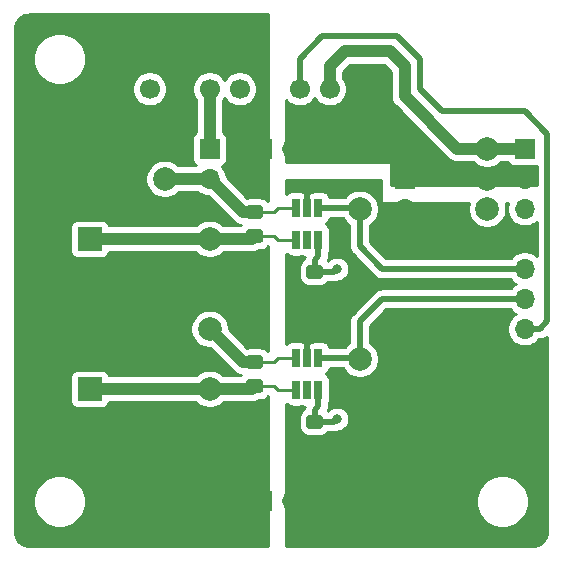
<source format=gtl>
G04 #@! TF.GenerationSoftware,KiCad,Pcbnew,5.1.5-52549c5~84~ubuntu19.04.1*
G04 #@! TF.CreationDate,2019-11-26T12:40:58+01:00*
G04 #@! TF.ProjectId,2ch-4-20mA,3263682d-342d-4323-906d-412e6b696361,rev?*
G04 #@! TF.SameCoordinates,Original*
G04 #@! TF.FileFunction,Copper,L1,Top*
G04 #@! TF.FilePolarity,Positive*
%FSLAX46Y46*%
G04 Gerber Fmt 4.6, Leading zero omitted, Abs format (unit mm)*
G04 Created by KiCad (PCBNEW 5.1.5-52549c5~84~ubuntu19.04.1) date 2019-11-26 12:40:58*
%MOMM*%
%LPD*%
G04 APERTURE LIST*
%ADD10R,2.000000X2.000000*%
%ADD11C,2.000000*%
%ADD12C,1.700000*%
%ADD13R,1.700000X1.700000*%
%ADD14O,1.700000X1.700000*%
%ADD15R,0.650000X1.560000*%
%ADD16C,0.100000*%
%ADD17C,0.800000*%
%ADD18C,0.508000*%
%ADD19C,1.016000*%
%ADD20C,0.254000*%
G04 APERTURE END LIST*
D10*
X122553200Y-111119600D03*
D11*
X127553200Y-114619600D03*
D10*
X122553200Y-98419600D03*
D11*
X127553200Y-101919600D03*
D12*
X127635000Y-85725000D03*
X130175000Y-85725000D03*
X132715000Y-85725000D03*
X135255000Y-85725000D03*
X140335000Y-85725000D03*
X142875000Y-85725000D03*
D13*
X145415000Y-85725000D03*
D14*
X132715000Y-93345000D03*
D13*
X132715000Y-90805000D03*
D14*
X139700000Y-120650000D03*
D13*
X137160000Y-120650000D03*
D14*
X149225000Y-95885000D03*
D13*
X149225000Y-93345000D03*
D14*
X139700000Y-90805000D03*
D13*
X137160000Y-90805000D03*
D14*
X159385000Y-106045000D03*
X159385000Y-103505000D03*
X159385000Y-100965000D03*
X159385000Y-98425000D03*
X159385000Y-95885000D03*
X159385000Y-93345000D03*
D13*
X159385000Y-90805000D03*
D11*
X156210000Y-98425000D03*
X156210000Y-95885000D03*
X156210000Y-93345000D03*
X156210000Y-90805000D03*
X128905000Y-90805000D03*
X128905000Y-93345000D03*
X145415000Y-108585000D03*
X132715000Y-111125000D03*
X145415000Y-95885000D03*
X132715000Y-98425000D03*
D15*
X141920000Y-108505000D03*
X140970000Y-108505000D03*
X140020000Y-108505000D03*
X140020000Y-111205000D03*
X141920000Y-111205000D03*
X140970000Y-111205000D03*
X141920000Y-95805000D03*
X140970000Y-95805000D03*
X140020000Y-95805000D03*
X140020000Y-98505000D03*
X141920000Y-98505000D03*
X140970000Y-98505000D03*
G04 #@! TA.AperFunction,SMDPad,CuDef*
D16*
G36*
X136999505Y-108256204D02*
G01*
X137023773Y-108259804D01*
X137047572Y-108265765D01*
X137070671Y-108274030D01*
X137092850Y-108284520D01*
X137113893Y-108297132D01*
X137133599Y-108311747D01*
X137151777Y-108328223D01*
X137168253Y-108346401D01*
X137182868Y-108366107D01*
X137195480Y-108387150D01*
X137205970Y-108409329D01*
X137214235Y-108432428D01*
X137220196Y-108456227D01*
X137223796Y-108480495D01*
X137225000Y-108504999D01*
X137225000Y-109155001D01*
X137223796Y-109179505D01*
X137220196Y-109203773D01*
X137214235Y-109227572D01*
X137205970Y-109250671D01*
X137195480Y-109272850D01*
X137182868Y-109293893D01*
X137168253Y-109313599D01*
X137151777Y-109331777D01*
X137133599Y-109348253D01*
X137113893Y-109362868D01*
X137092850Y-109375480D01*
X137070671Y-109385970D01*
X137047572Y-109394235D01*
X137023773Y-109400196D01*
X136999505Y-109403796D01*
X136975001Y-109405000D01*
X136074999Y-109405000D01*
X136050495Y-109403796D01*
X136026227Y-109400196D01*
X136002428Y-109394235D01*
X135979329Y-109385970D01*
X135957150Y-109375480D01*
X135936107Y-109362868D01*
X135916401Y-109348253D01*
X135898223Y-109331777D01*
X135881747Y-109313599D01*
X135867132Y-109293893D01*
X135854520Y-109272850D01*
X135844030Y-109250671D01*
X135835765Y-109227572D01*
X135829804Y-109203773D01*
X135826204Y-109179505D01*
X135825000Y-109155001D01*
X135825000Y-108504999D01*
X135826204Y-108480495D01*
X135829804Y-108456227D01*
X135835765Y-108432428D01*
X135844030Y-108409329D01*
X135854520Y-108387150D01*
X135867132Y-108366107D01*
X135881747Y-108346401D01*
X135898223Y-108328223D01*
X135916401Y-108311747D01*
X135936107Y-108297132D01*
X135957150Y-108284520D01*
X135979329Y-108274030D01*
X136002428Y-108265765D01*
X136026227Y-108259804D01*
X136050495Y-108256204D01*
X136074999Y-108255000D01*
X136975001Y-108255000D01*
X136999505Y-108256204D01*
G37*
G04 #@! TD.AperFunction*
G04 #@! TA.AperFunction,SMDPad,CuDef*
G36*
X136999505Y-110306204D02*
G01*
X137023773Y-110309804D01*
X137047572Y-110315765D01*
X137070671Y-110324030D01*
X137092850Y-110334520D01*
X137113893Y-110347132D01*
X137133599Y-110361747D01*
X137151777Y-110378223D01*
X137168253Y-110396401D01*
X137182868Y-110416107D01*
X137195480Y-110437150D01*
X137205970Y-110459329D01*
X137214235Y-110482428D01*
X137220196Y-110506227D01*
X137223796Y-110530495D01*
X137225000Y-110554999D01*
X137225000Y-111205001D01*
X137223796Y-111229505D01*
X137220196Y-111253773D01*
X137214235Y-111277572D01*
X137205970Y-111300671D01*
X137195480Y-111322850D01*
X137182868Y-111343893D01*
X137168253Y-111363599D01*
X137151777Y-111381777D01*
X137133599Y-111398253D01*
X137113893Y-111412868D01*
X137092850Y-111425480D01*
X137070671Y-111435970D01*
X137047572Y-111444235D01*
X137023773Y-111450196D01*
X136999505Y-111453796D01*
X136975001Y-111455000D01*
X136074999Y-111455000D01*
X136050495Y-111453796D01*
X136026227Y-111450196D01*
X136002428Y-111444235D01*
X135979329Y-111435970D01*
X135957150Y-111425480D01*
X135936107Y-111412868D01*
X135916401Y-111398253D01*
X135898223Y-111381777D01*
X135881747Y-111363599D01*
X135867132Y-111343893D01*
X135854520Y-111322850D01*
X135844030Y-111300671D01*
X135835765Y-111277572D01*
X135829804Y-111253773D01*
X135826204Y-111229505D01*
X135825000Y-111205001D01*
X135825000Y-110554999D01*
X135826204Y-110530495D01*
X135829804Y-110506227D01*
X135835765Y-110482428D01*
X135844030Y-110459329D01*
X135854520Y-110437150D01*
X135867132Y-110416107D01*
X135881747Y-110396401D01*
X135898223Y-110378223D01*
X135916401Y-110361747D01*
X135936107Y-110347132D01*
X135957150Y-110334520D01*
X135979329Y-110324030D01*
X136002428Y-110315765D01*
X136026227Y-110309804D01*
X136050495Y-110306204D01*
X136074999Y-110305000D01*
X136975001Y-110305000D01*
X136999505Y-110306204D01*
G37*
G04 #@! TD.AperFunction*
G04 #@! TA.AperFunction,SMDPad,CuDef*
G36*
X136999505Y-95556204D02*
G01*
X137023773Y-95559804D01*
X137047572Y-95565765D01*
X137070671Y-95574030D01*
X137092850Y-95584520D01*
X137113893Y-95597132D01*
X137133599Y-95611747D01*
X137151777Y-95628223D01*
X137168253Y-95646401D01*
X137182868Y-95666107D01*
X137195480Y-95687150D01*
X137205970Y-95709329D01*
X137214235Y-95732428D01*
X137220196Y-95756227D01*
X137223796Y-95780495D01*
X137225000Y-95804999D01*
X137225000Y-96455001D01*
X137223796Y-96479505D01*
X137220196Y-96503773D01*
X137214235Y-96527572D01*
X137205970Y-96550671D01*
X137195480Y-96572850D01*
X137182868Y-96593893D01*
X137168253Y-96613599D01*
X137151777Y-96631777D01*
X137133599Y-96648253D01*
X137113893Y-96662868D01*
X137092850Y-96675480D01*
X137070671Y-96685970D01*
X137047572Y-96694235D01*
X137023773Y-96700196D01*
X136999505Y-96703796D01*
X136975001Y-96705000D01*
X136074999Y-96705000D01*
X136050495Y-96703796D01*
X136026227Y-96700196D01*
X136002428Y-96694235D01*
X135979329Y-96685970D01*
X135957150Y-96675480D01*
X135936107Y-96662868D01*
X135916401Y-96648253D01*
X135898223Y-96631777D01*
X135881747Y-96613599D01*
X135867132Y-96593893D01*
X135854520Y-96572850D01*
X135844030Y-96550671D01*
X135835765Y-96527572D01*
X135829804Y-96503773D01*
X135826204Y-96479505D01*
X135825000Y-96455001D01*
X135825000Y-95804999D01*
X135826204Y-95780495D01*
X135829804Y-95756227D01*
X135835765Y-95732428D01*
X135844030Y-95709329D01*
X135854520Y-95687150D01*
X135867132Y-95666107D01*
X135881747Y-95646401D01*
X135898223Y-95628223D01*
X135916401Y-95611747D01*
X135936107Y-95597132D01*
X135957150Y-95584520D01*
X135979329Y-95574030D01*
X136002428Y-95565765D01*
X136026227Y-95559804D01*
X136050495Y-95556204D01*
X136074999Y-95555000D01*
X136975001Y-95555000D01*
X136999505Y-95556204D01*
G37*
G04 #@! TD.AperFunction*
G04 #@! TA.AperFunction,SMDPad,CuDef*
G36*
X136999505Y-97606204D02*
G01*
X137023773Y-97609804D01*
X137047572Y-97615765D01*
X137070671Y-97624030D01*
X137092850Y-97634520D01*
X137113893Y-97647132D01*
X137133599Y-97661747D01*
X137151777Y-97678223D01*
X137168253Y-97696401D01*
X137182868Y-97716107D01*
X137195480Y-97737150D01*
X137205970Y-97759329D01*
X137214235Y-97782428D01*
X137220196Y-97806227D01*
X137223796Y-97830495D01*
X137225000Y-97854999D01*
X137225000Y-98505001D01*
X137223796Y-98529505D01*
X137220196Y-98553773D01*
X137214235Y-98577572D01*
X137205970Y-98600671D01*
X137195480Y-98622850D01*
X137182868Y-98643893D01*
X137168253Y-98663599D01*
X137151777Y-98681777D01*
X137133599Y-98698253D01*
X137113893Y-98712868D01*
X137092850Y-98725480D01*
X137070671Y-98735970D01*
X137047572Y-98744235D01*
X137023773Y-98750196D01*
X136999505Y-98753796D01*
X136975001Y-98755000D01*
X136074999Y-98755000D01*
X136050495Y-98753796D01*
X136026227Y-98750196D01*
X136002428Y-98744235D01*
X135979329Y-98735970D01*
X135957150Y-98725480D01*
X135936107Y-98712868D01*
X135916401Y-98698253D01*
X135898223Y-98681777D01*
X135881747Y-98663599D01*
X135867132Y-98643893D01*
X135854520Y-98622850D01*
X135844030Y-98600671D01*
X135835765Y-98577572D01*
X135829804Y-98553773D01*
X135826204Y-98529505D01*
X135825000Y-98505001D01*
X135825000Y-97854999D01*
X135826204Y-97830495D01*
X135829804Y-97806227D01*
X135835765Y-97782428D01*
X135844030Y-97759329D01*
X135854520Y-97737150D01*
X135867132Y-97716107D01*
X135881747Y-97696401D01*
X135898223Y-97678223D01*
X135916401Y-97661747D01*
X135936107Y-97647132D01*
X135957150Y-97634520D01*
X135979329Y-97624030D01*
X136002428Y-97615765D01*
X136026227Y-97609804D01*
X136050495Y-97606204D01*
X136074999Y-97605000D01*
X136975001Y-97605000D01*
X136999505Y-97606204D01*
G37*
G04 #@! TD.AperFunction*
G04 #@! TA.AperFunction,SMDPad,CuDef*
G36*
X142079505Y-113336204D02*
G01*
X142103773Y-113339804D01*
X142127572Y-113345765D01*
X142150671Y-113354030D01*
X142172850Y-113364520D01*
X142193893Y-113377132D01*
X142213599Y-113391747D01*
X142231777Y-113408223D01*
X142248253Y-113426401D01*
X142262868Y-113446107D01*
X142275480Y-113467150D01*
X142285970Y-113489329D01*
X142294235Y-113512428D01*
X142300196Y-113536227D01*
X142303796Y-113560495D01*
X142305000Y-113584999D01*
X142305000Y-114235001D01*
X142303796Y-114259505D01*
X142300196Y-114283773D01*
X142294235Y-114307572D01*
X142285970Y-114330671D01*
X142275480Y-114352850D01*
X142262868Y-114373893D01*
X142248253Y-114393599D01*
X142231777Y-114411777D01*
X142213599Y-114428253D01*
X142193893Y-114442868D01*
X142172850Y-114455480D01*
X142150671Y-114465970D01*
X142127572Y-114474235D01*
X142103773Y-114480196D01*
X142079505Y-114483796D01*
X142055001Y-114485000D01*
X141154999Y-114485000D01*
X141130495Y-114483796D01*
X141106227Y-114480196D01*
X141082428Y-114474235D01*
X141059329Y-114465970D01*
X141037150Y-114455480D01*
X141016107Y-114442868D01*
X140996401Y-114428253D01*
X140978223Y-114411777D01*
X140961747Y-114393599D01*
X140947132Y-114373893D01*
X140934520Y-114352850D01*
X140924030Y-114330671D01*
X140915765Y-114307572D01*
X140909804Y-114283773D01*
X140906204Y-114259505D01*
X140905000Y-114235001D01*
X140905000Y-113584999D01*
X140906204Y-113560495D01*
X140909804Y-113536227D01*
X140915765Y-113512428D01*
X140924030Y-113489329D01*
X140934520Y-113467150D01*
X140947132Y-113446107D01*
X140961747Y-113426401D01*
X140978223Y-113408223D01*
X140996401Y-113391747D01*
X141016107Y-113377132D01*
X141037150Y-113364520D01*
X141059329Y-113354030D01*
X141082428Y-113345765D01*
X141106227Y-113339804D01*
X141130495Y-113336204D01*
X141154999Y-113335000D01*
X142055001Y-113335000D01*
X142079505Y-113336204D01*
G37*
G04 #@! TD.AperFunction*
G04 #@! TA.AperFunction,SMDPad,CuDef*
G36*
X142079505Y-115386204D02*
G01*
X142103773Y-115389804D01*
X142127572Y-115395765D01*
X142150671Y-115404030D01*
X142172850Y-115414520D01*
X142193893Y-115427132D01*
X142213599Y-115441747D01*
X142231777Y-115458223D01*
X142248253Y-115476401D01*
X142262868Y-115496107D01*
X142275480Y-115517150D01*
X142285970Y-115539329D01*
X142294235Y-115562428D01*
X142300196Y-115586227D01*
X142303796Y-115610495D01*
X142305000Y-115634999D01*
X142305000Y-116285001D01*
X142303796Y-116309505D01*
X142300196Y-116333773D01*
X142294235Y-116357572D01*
X142285970Y-116380671D01*
X142275480Y-116402850D01*
X142262868Y-116423893D01*
X142248253Y-116443599D01*
X142231777Y-116461777D01*
X142213599Y-116478253D01*
X142193893Y-116492868D01*
X142172850Y-116505480D01*
X142150671Y-116515970D01*
X142127572Y-116524235D01*
X142103773Y-116530196D01*
X142079505Y-116533796D01*
X142055001Y-116535000D01*
X141154999Y-116535000D01*
X141130495Y-116533796D01*
X141106227Y-116530196D01*
X141082428Y-116524235D01*
X141059329Y-116515970D01*
X141037150Y-116505480D01*
X141016107Y-116492868D01*
X140996401Y-116478253D01*
X140978223Y-116461777D01*
X140961747Y-116443599D01*
X140947132Y-116423893D01*
X140934520Y-116402850D01*
X140924030Y-116380671D01*
X140915765Y-116357572D01*
X140909804Y-116333773D01*
X140906204Y-116309505D01*
X140905000Y-116285001D01*
X140905000Y-115634999D01*
X140906204Y-115610495D01*
X140909804Y-115586227D01*
X140915765Y-115562428D01*
X140924030Y-115539329D01*
X140934520Y-115517150D01*
X140947132Y-115496107D01*
X140961747Y-115476401D01*
X140978223Y-115458223D01*
X140996401Y-115441747D01*
X141016107Y-115427132D01*
X141037150Y-115414520D01*
X141059329Y-115404030D01*
X141082428Y-115395765D01*
X141106227Y-115389804D01*
X141130495Y-115386204D01*
X141154999Y-115385000D01*
X142055001Y-115385000D01*
X142079505Y-115386204D01*
G37*
G04 #@! TD.AperFunction*
G04 #@! TA.AperFunction,SMDPad,CuDef*
G36*
X142079505Y-100636204D02*
G01*
X142103773Y-100639804D01*
X142127572Y-100645765D01*
X142150671Y-100654030D01*
X142172850Y-100664520D01*
X142193893Y-100677132D01*
X142213599Y-100691747D01*
X142231777Y-100708223D01*
X142248253Y-100726401D01*
X142262868Y-100746107D01*
X142275480Y-100767150D01*
X142285970Y-100789329D01*
X142294235Y-100812428D01*
X142300196Y-100836227D01*
X142303796Y-100860495D01*
X142305000Y-100884999D01*
X142305000Y-101535001D01*
X142303796Y-101559505D01*
X142300196Y-101583773D01*
X142294235Y-101607572D01*
X142285970Y-101630671D01*
X142275480Y-101652850D01*
X142262868Y-101673893D01*
X142248253Y-101693599D01*
X142231777Y-101711777D01*
X142213599Y-101728253D01*
X142193893Y-101742868D01*
X142172850Y-101755480D01*
X142150671Y-101765970D01*
X142127572Y-101774235D01*
X142103773Y-101780196D01*
X142079505Y-101783796D01*
X142055001Y-101785000D01*
X141154999Y-101785000D01*
X141130495Y-101783796D01*
X141106227Y-101780196D01*
X141082428Y-101774235D01*
X141059329Y-101765970D01*
X141037150Y-101755480D01*
X141016107Y-101742868D01*
X140996401Y-101728253D01*
X140978223Y-101711777D01*
X140961747Y-101693599D01*
X140947132Y-101673893D01*
X140934520Y-101652850D01*
X140924030Y-101630671D01*
X140915765Y-101607572D01*
X140909804Y-101583773D01*
X140906204Y-101559505D01*
X140905000Y-101535001D01*
X140905000Y-100884999D01*
X140906204Y-100860495D01*
X140909804Y-100836227D01*
X140915765Y-100812428D01*
X140924030Y-100789329D01*
X140934520Y-100767150D01*
X140947132Y-100746107D01*
X140961747Y-100726401D01*
X140978223Y-100708223D01*
X140996401Y-100691747D01*
X141016107Y-100677132D01*
X141037150Y-100664520D01*
X141059329Y-100654030D01*
X141082428Y-100645765D01*
X141106227Y-100639804D01*
X141130495Y-100636204D01*
X141154999Y-100635000D01*
X142055001Y-100635000D01*
X142079505Y-100636204D01*
G37*
G04 #@! TD.AperFunction*
G04 #@! TA.AperFunction,SMDPad,CuDef*
G36*
X142079505Y-102686204D02*
G01*
X142103773Y-102689804D01*
X142127572Y-102695765D01*
X142150671Y-102704030D01*
X142172850Y-102714520D01*
X142193893Y-102727132D01*
X142213599Y-102741747D01*
X142231777Y-102758223D01*
X142248253Y-102776401D01*
X142262868Y-102796107D01*
X142275480Y-102817150D01*
X142285970Y-102839329D01*
X142294235Y-102862428D01*
X142300196Y-102886227D01*
X142303796Y-102910495D01*
X142305000Y-102934999D01*
X142305000Y-103585001D01*
X142303796Y-103609505D01*
X142300196Y-103633773D01*
X142294235Y-103657572D01*
X142285970Y-103680671D01*
X142275480Y-103702850D01*
X142262868Y-103723893D01*
X142248253Y-103743599D01*
X142231777Y-103761777D01*
X142213599Y-103778253D01*
X142193893Y-103792868D01*
X142172850Y-103805480D01*
X142150671Y-103815970D01*
X142127572Y-103824235D01*
X142103773Y-103830196D01*
X142079505Y-103833796D01*
X142055001Y-103835000D01*
X141154999Y-103835000D01*
X141130495Y-103833796D01*
X141106227Y-103830196D01*
X141082428Y-103824235D01*
X141059329Y-103815970D01*
X141037150Y-103805480D01*
X141016107Y-103792868D01*
X140996401Y-103778253D01*
X140978223Y-103761777D01*
X140961747Y-103743599D01*
X140947132Y-103723893D01*
X140934520Y-103702850D01*
X140924030Y-103680671D01*
X140915765Y-103657572D01*
X140909804Y-103633773D01*
X140906204Y-103609505D01*
X140905000Y-103585001D01*
X140905000Y-102934999D01*
X140906204Y-102910495D01*
X140909804Y-102886227D01*
X140915765Y-102862428D01*
X140924030Y-102839329D01*
X140934520Y-102817150D01*
X140947132Y-102796107D01*
X140961747Y-102776401D01*
X140978223Y-102758223D01*
X140996401Y-102741747D01*
X141016107Y-102727132D01*
X141037150Y-102714520D01*
X141059329Y-102704030D01*
X141082428Y-102695765D01*
X141106227Y-102689804D01*
X141130495Y-102686204D01*
X141154999Y-102685000D01*
X142055001Y-102685000D01*
X142079505Y-102686204D01*
G37*
G04 #@! TD.AperFunction*
D17*
X141605000Y-117475000D03*
X140970000Y-106680000D03*
X141605000Y-104775000D03*
X140970000Y-93980000D03*
X146050000Y-102235000D03*
X143510000Y-100965000D03*
X143510000Y-113665000D03*
D11*
X132715000Y-106045000D03*
D18*
X140970000Y-93980000D02*
X140970000Y-95805000D01*
X141605000Y-103260000D02*
X141605000Y-104775000D01*
X140970000Y-106680000D02*
X140970000Y-108505000D01*
X141605000Y-115960000D02*
X141605000Y-117475000D01*
X141605000Y-113910000D02*
X141605000Y-112903000D01*
X141920000Y-112588000D02*
X141920000Y-111205000D01*
X141605000Y-112903000D02*
X141920000Y-112588000D01*
X141920000Y-99888000D02*
X141920000Y-98505000D01*
X141605000Y-101210000D02*
X141605000Y-100203000D01*
X141605000Y-100203000D02*
X141920000Y-99888000D01*
X143265000Y-101210000D02*
X143510000Y-100965000D01*
X141605000Y-101210000D02*
X143265000Y-101210000D01*
X143265000Y-113910000D02*
X143510000Y-113665000D01*
X141605000Y-113910000D02*
X143265000Y-113910000D01*
D19*
X132960000Y-98180000D02*
X132715000Y-98425000D01*
X122558600Y-98425000D02*
X122553200Y-98419600D01*
X132715000Y-98425000D02*
X122558600Y-98425000D01*
X136280000Y-98425000D02*
X136525000Y-98180000D01*
X132715000Y-98425000D02*
X136280000Y-98425000D01*
D20*
X136525000Y-98180000D02*
X138185000Y-98180000D01*
X138510000Y-98505000D02*
X140020000Y-98505000D01*
X138185000Y-98180000D02*
X138510000Y-98505000D01*
D19*
X132709600Y-111119600D02*
X132715000Y-111125000D01*
X122553200Y-111119600D02*
X132709600Y-111119600D01*
X136280000Y-111125000D02*
X136525000Y-110880000D01*
X132715000Y-111125000D02*
X136280000Y-111125000D01*
D20*
X136525000Y-110880000D02*
X138185000Y-110880000D01*
X138510000Y-111205000D02*
X140020000Y-111205000D01*
X138185000Y-110880000D02*
X138510000Y-111205000D01*
D18*
X140335000Y-83185000D02*
X140335000Y-85725000D01*
X142240000Y-81280000D02*
X140335000Y-83185000D01*
X150495000Y-83185000D02*
X148590000Y-81280000D01*
X148590000Y-81280000D02*
X142240000Y-81280000D01*
X150495000Y-85725000D02*
X150495000Y-83185000D01*
X152400000Y-87630000D02*
X150495000Y-85725000D01*
X159385000Y-106045000D02*
X160655000Y-106045000D01*
X160655000Y-106045000D02*
X161290000Y-105410000D01*
X161290000Y-105410000D02*
X161290000Y-89535000D01*
X161290000Y-89535000D02*
X159385000Y-87630000D01*
X159385000Y-87630000D02*
X152400000Y-87630000D01*
X145335000Y-108505000D02*
X145415000Y-108585000D01*
X141920000Y-108505000D02*
X145335000Y-108505000D01*
X159385000Y-103505000D02*
X147320000Y-103505000D01*
X147320000Y-103505000D02*
X145415000Y-105410000D01*
X145415000Y-105410000D02*
X145415000Y-108585000D01*
X159385000Y-100965000D02*
X147320000Y-100965000D01*
X147320000Y-100965000D02*
X145415000Y-99060000D01*
X145415000Y-99060000D02*
X145415000Y-95885000D01*
X145335000Y-95805000D02*
X145415000Y-95885000D01*
X141920000Y-95805000D02*
X145335000Y-95805000D01*
D19*
X159385000Y-90805000D02*
X156210000Y-90805000D01*
X156210000Y-90805000D02*
X153670000Y-90805000D01*
X153670000Y-90805000D02*
X149225000Y-86360000D01*
X149225000Y-86360000D02*
X149225000Y-83820000D01*
X149225000Y-83820000D02*
X147955000Y-82550000D01*
X147955000Y-82550000D02*
X144145000Y-82550000D01*
X142875000Y-83820000D02*
X142875000Y-85725000D01*
X144145000Y-82550000D02*
X142875000Y-83820000D01*
D20*
X136525000Y-96130000D02*
X138185000Y-96130000D01*
X138510000Y-95805000D02*
X140020000Y-95805000D01*
X138185000Y-96130000D02*
X138510000Y-95805000D01*
X136525000Y-108830000D02*
X138185000Y-108830000D01*
X138510000Y-108505000D02*
X140020000Y-108505000D01*
X138185000Y-108830000D02*
X138510000Y-108505000D01*
D19*
X135500000Y-96130000D02*
X136525000Y-96130000D01*
X132715000Y-93345000D02*
X135500000Y-96130000D01*
X128905000Y-93345000D02*
X132715000Y-93345000D01*
X135500000Y-108830000D02*
X136525000Y-108830000D01*
X132715000Y-106045000D02*
X135500000Y-108830000D01*
X132715000Y-85725000D02*
X132715000Y-90805000D01*
D20*
G36*
X137668000Y-95256287D02*
G01*
X137602962Y-95177038D01*
X137468387Y-95066595D01*
X137314851Y-94984528D01*
X137148255Y-94933992D01*
X136975001Y-94916928D01*
X136074999Y-94916928D01*
X135918762Y-94932316D01*
X134200000Y-93213555D01*
X134200000Y-93198740D01*
X134142932Y-92911842D01*
X134030990Y-92641589D01*
X133868475Y-92398368D01*
X133736620Y-92266513D01*
X133809180Y-92244502D01*
X133919494Y-92185537D01*
X134016185Y-92106185D01*
X134095537Y-92009494D01*
X134154502Y-91899180D01*
X134190812Y-91779482D01*
X134203072Y-91655000D01*
X134203072Y-89955000D01*
X134190812Y-89830518D01*
X134154502Y-89710820D01*
X134095537Y-89600506D01*
X134016185Y-89503815D01*
X133919494Y-89424463D01*
X133858000Y-89391593D01*
X133858000Y-86682107D01*
X133868475Y-86671632D01*
X133985000Y-86497240D01*
X134101525Y-86671632D01*
X134308368Y-86878475D01*
X134551589Y-87040990D01*
X134821842Y-87152932D01*
X135108740Y-87210000D01*
X135401260Y-87210000D01*
X135688158Y-87152932D01*
X135958411Y-87040990D01*
X136201632Y-86878475D01*
X136408475Y-86671632D01*
X136570990Y-86428411D01*
X136682932Y-86158158D01*
X136740000Y-85871260D01*
X136740000Y-85578740D01*
X136682932Y-85291842D01*
X136570990Y-85021589D01*
X136408475Y-84778368D01*
X136201632Y-84571525D01*
X135958411Y-84409010D01*
X135688158Y-84297068D01*
X135401260Y-84240000D01*
X135108740Y-84240000D01*
X134821842Y-84297068D01*
X134551589Y-84409010D01*
X134308368Y-84571525D01*
X134101525Y-84778368D01*
X133985000Y-84952760D01*
X133868475Y-84778368D01*
X133661632Y-84571525D01*
X133418411Y-84409010D01*
X133148158Y-84297068D01*
X132861260Y-84240000D01*
X132568740Y-84240000D01*
X132281842Y-84297068D01*
X132011589Y-84409010D01*
X131768368Y-84571525D01*
X131561525Y-84778368D01*
X131399010Y-85021589D01*
X131287068Y-85291842D01*
X131230000Y-85578740D01*
X131230000Y-85871260D01*
X131287068Y-86158158D01*
X131399010Y-86428411D01*
X131561525Y-86671632D01*
X131572000Y-86682107D01*
X131572001Y-89391593D01*
X131510506Y-89424463D01*
X131413815Y-89503815D01*
X131334463Y-89600506D01*
X131275498Y-89710820D01*
X131239188Y-89830518D01*
X131226928Y-89955000D01*
X131226928Y-91655000D01*
X131239188Y-91779482D01*
X131275498Y-91899180D01*
X131334463Y-92009494D01*
X131413815Y-92106185D01*
X131510506Y-92185537D01*
X131541306Y-92202000D01*
X130074239Y-92202000D01*
X129947252Y-92075013D01*
X129679463Y-91896082D01*
X129381912Y-91772832D01*
X129066033Y-91710000D01*
X128743967Y-91710000D01*
X128428088Y-91772832D01*
X128130537Y-91896082D01*
X127862748Y-92075013D01*
X127635013Y-92302748D01*
X127456082Y-92570537D01*
X127332832Y-92868088D01*
X127270000Y-93183967D01*
X127270000Y-93506033D01*
X127332832Y-93821912D01*
X127456082Y-94119463D01*
X127635013Y-94387252D01*
X127862748Y-94614987D01*
X128130537Y-94793918D01*
X128428088Y-94917168D01*
X128743967Y-94980000D01*
X129066033Y-94980000D01*
X129381912Y-94917168D01*
X129679463Y-94793918D01*
X129947252Y-94614987D01*
X130074239Y-94488000D01*
X131757893Y-94488000D01*
X131768368Y-94498475D01*
X132011589Y-94660990D01*
X132281842Y-94772932D01*
X132568740Y-94830000D01*
X132583555Y-94830000D01*
X134652077Y-96898523D01*
X134687867Y-96942133D01*
X134861911Y-97084968D01*
X135060477Y-97191103D01*
X135178939Y-97227038D01*
X135275932Y-97256461D01*
X135296517Y-97258488D01*
X135411901Y-97269853D01*
X135401932Y-97282000D01*
X133884239Y-97282000D01*
X133757252Y-97155013D01*
X133489463Y-96976082D01*
X133191912Y-96852832D01*
X132876033Y-96790000D01*
X132553967Y-96790000D01*
X132238088Y-96852832D01*
X131940537Y-96976082D01*
X131672748Y-97155013D01*
X131545761Y-97282000D01*
X124175033Y-97282000D01*
X124142702Y-97175420D01*
X124083737Y-97065106D01*
X124004385Y-96968415D01*
X123907694Y-96889063D01*
X123797380Y-96830098D01*
X123677682Y-96793788D01*
X123553200Y-96781528D01*
X121553200Y-96781528D01*
X121428718Y-96793788D01*
X121309020Y-96830098D01*
X121198706Y-96889063D01*
X121102015Y-96968415D01*
X121022663Y-97065106D01*
X120963698Y-97175420D01*
X120927388Y-97295118D01*
X120915128Y-97419600D01*
X120915128Y-99419600D01*
X120927388Y-99544082D01*
X120963698Y-99663780D01*
X121022663Y-99774094D01*
X121102015Y-99870785D01*
X121198706Y-99950137D01*
X121309020Y-100009102D01*
X121428718Y-100045412D01*
X121553200Y-100057672D01*
X123553200Y-100057672D01*
X123677682Y-100045412D01*
X123797380Y-100009102D01*
X123907694Y-99950137D01*
X124004385Y-99870785D01*
X124083737Y-99774094D01*
X124142702Y-99663780D01*
X124171757Y-99568000D01*
X131545761Y-99568000D01*
X131672748Y-99694987D01*
X131940537Y-99873918D01*
X132238088Y-99997168D01*
X132553967Y-100060000D01*
X132876033Y-100060000D01*
X133191912Y-99997168D01*
X133489463Y-99873918D01*
X133757252Y-99694987D01*
X133884239Y-99568000D01*
X136223861Y-99568000D01*
X136280000Y-99573529D01*
X136336139Y-99568000D01*
X136336146Y-99568000D01*
X136504067Y-99551461D01*
X136719523Y-99486103D01*
X136893573Y-99393072D01*
X136975001Y-99393072D01*
X137148255Y-99376008D01*
X137314851Y-99325472D01*
X137468387Y-99243405D01*
X137602962Y-99132962D01*
X137668000Y-99053713D01*
X137668000Y-107956287D01*
X137602962Y-107877038D01*
X137468387Y-107766595D01*
X137314851Y-107684528D01*
X137148255Y-107633992D01*
X136975001Y-107616928D01*
X136074999Y-107616928D01*
X135918762Y-107632316D01*
X134350000Y-106063555D01*
X134350000Y-105883967D01*
X134287168Y-105568088D01*
X134163918Y-105270537D01*
X133984987Y-105002748D01*
X133757252Y-104775013D01*
X133489463Y-104596082D01*
X133191912Y-104472832D01*
X132876033Y-104410000D01*
X132553967Y-104410000D01*
X132238088Y-104472832D01*
X131940537Y-104596082D01*
X131672748Y-104775013D01*
X131445013Y-105002748D01*
X131266082Y-105270537D01*
X131142832Y-105568088D01*
X131080000Y-105883967D01*
X131080000Y-106206033D01*
X131142832Y-106521912D01*
X131266082Y-106819463D01*
X131445013Y-107087252D01*
X131672748Y-107314987D01*
X131940537Y-107493918D01*
X132238088Y-107617168D01*
X132553967Y-107680000D01*
X132733555Y-107680000D01*
X134652077Y-109598523D01*
X134687867Y-109642133D01*
X134861911Y-109784968D01*
X135060477Y-109891103D01*
X135178939Y-109927038D01*
X135275932Y-109956461D01*
X135296517Y-109958488D01*
X135411901Y-109969853D01*
X135401932Y-109982000D01*
X133884239Y-109982000D01*
X133757252Y-109855013D01*
X133489463Y-109676082D01*
X133191912Y-109552832D01*
X132876033Y-109490000D01*
X132553967Y-109490000D01*
X132238088Y-109552832D01*
X131940537Y-109676082D01*
X131672748Y-109855013D01*
X131551161Y-109976600D01*
X124173395Y-109976600D01*
X124142702Y-109875420D01*
X124083737Y-109765106D01*
X124004385Y-109668415D01*
X123907694Y-109589063D01*
X123797380Y-109530098D01*
X123677682Y-109493788D01*
X123553200Y-109481528D01*
X121553200Y-109481528D01*
X121428718Y-109493788D01*
X121309020Y-109530098D01*
X121198706Y-109589063D01*
X121102015Y-109668415D01*
X121022663Y-109765106D01*
X120963698Y-109875420D01*
X120927388Y-109995118D01*
X120915128Y-110119600D01*
X120915128Y-112119600D01*
X120927388Y-112244082D01*
X120963698Y-112363780D01*
X121022663Y-112474094D01*
X121102015Y-112570785D01*
X121198706Y-112650137D01*
X121309020Y-112709102D01*
X121428718Y-112745412D01*
X121553200Y-112757672D01*
X123553200Y-112757672D01*
X123677682Y-112745412D01*
X123797380Y-112709102D01*
X123907694Y-112650137D01*
X124004385Y-112570785D01*
X124083737Y-112474094D01*
X124142702Y-112363780D01*
X124173395Y-112262600D01*
X131540361Y-112262600D01*
X131672748Y-112394987D01*
X131940537Y-112573918D01*
X132238088Y-112697168D01*
X132553967Y-112760000D01*
X132876033Y-112760000D01*
X133191912Y-112697168D01*
X133489463Y-112573918D01*
X133757252Y-112394987D01*
X133884239Y-112268000D01*
X136223861Y-112268000D01*
X136280000Y-112273529D01*
X136336139Y-112268000D01*
X136336146Y-112268000D01*
X136504067Y-112251461D01*
X136719523Y-112186103D01*
X136893573Y-112093072D01*
X136975001Y-112093072D01*
X137148255Y-112076008D01*
X137314851Y-112025472D01*
X137468387Y-111943405D01*
X137602962Y-111832962D01*
X137668000Y-111753713D01*
X137668000Y-124435000D01*
X117507277Y-124435000D01*
X117233795Y-124408185D01*
X117001774Y-124338133D01*
X116787778Y-124224350D01*
X116599961Y-124071169D01*
X116445471Y-123884424D01*
X116330198Y-123671231D01*
X116258528Y-123439701D01*
X116230000Y-123168276D01*
X116230000Y-120429872D01*
X117780000Y-120429872D01*
X117780000Y-120870128D01*
X117865890Y-121301925D01*
X118034369Y-121708669D01*
X118278962Y-122074729D01*
X118590271Y-122386038D01*
X118956331Y-122630631D01*
X119363075Y-122799110D01*
X119794872Y-122885000D01*
X120235128Y-122885000D01*
X120666925Y-122799110D01*
X121073669Y-122630631D01*
X121439729Y-122386038D01*
X121751038Y-122074729D01*
X121995631Y-121708669D01*
X122164110Y-121301925D01*
X122250000Y-120870128D01*
X122250000Y-120429872D01*
X122164110Y-119998075D01*
X121995631Y-119591331D01*
X121751038Y-119225271D01*
X121439729Y-118913962D01*
X121073669Y-118669369D01*
X120666925Y-118500890D01*
X120235128Y-118415000D01*
X119794872Y-118415000D01*
X119363075Y-118500890D01*
X118956331Y-118669369D01*
X118590271Y-118913962D01*
X118278962Y-119225271D01*
X118034369Y-119591331D01*
X117865890Y-119998075D01*
X117780000Y-120429872D01*
X116230000Y-120429872D01*
X116230000Y-85578740D01*
X126150000Y-85578740D01*
X126150000Y-85871260D01*
X126207068Y-86158158D01*
X126319010Y-86428411D01*
X126481525Y-86671632D01*
X126688368Y-86878475D01*
X126931589Y-87040990D01*
X127201842Y-87152932D01*
X127488740Y-87210000D01*
X127781260Y-87210000D01*
X128068158Y-87152932D01*
X128338411Y-87040990D01*
X128581632Y-86878475D01*
X128788475Y-86671632D01*
X128950990Y-86428411D01*
X129062932Y-86158158D01*
X129120000Y-85871260D01*
X129120000Y-85578740D01*
X129062932Y-85291842D01*
X128950990Y-85021589D01*
X128788475Y-84778368D01*
X128581632Y-84571525D01*
X128338411Y-84409010D01*
X128068158Y-84297068D01*
X127781260Y-84240000D01*
X127488740Y-84240000D01*
X127201842Y-84297068D01*
X126931589Y-84409010D01*
X126688368Y-84571525D01*
X126481525Y-84778368D01*
X126319010Y-85021589D01*
X126207068Y-85291842D01*
X126150000Y-85578740D01*
X116230000Y-85578740D01*
X116230000Y-82964872D01*
X117780000Y-82964872D01*
X117780000Y-83405128D01*
X117865890Y-83836925D01*
X118034369Y-84243669D01*
X118278962Y-84609729D01*
X118590271Y-84921038D01*
X118956331Y-85165631D01*
X119363075Y-85334110D01*
X119794872Y-85420000D01*
X120235128Y-85420000D01*
X120666925Y-85334110D01*
X121073669Y-85165631D01*
X121439729Y-84921038D01*
X121751038Y-84609729D01*
X121995631Y-84243669D01*
X122164110Y-83836925D01*
X122250000Y-83405128D01*
X122250000Y-82964872D01*
X122164110Y-82533075D01*
X121995631Y-82126331D01*
X121751038Y-81760271D01*
X121439729Y-81448962D01*
X121073669Y-81204369D01*
X120666925Y-81035890D01*
X120235128Y-80950000D01*
X119794872Y-80950000D01*
X119363075Y-81035890D01*
X118956331Y-81204369D01*
X118590271Y-81448962D01*
X118278962Y-81760271D01*
X118034369Y-82126331D01*
X117865890Y-82533075D01*
X117780000Y-82964872D01*
X116230000Y-82964872D01*
X116230000Y-80677277D01*
X116256815Y-80403796D01*
X116326867Y-80171774D01*
X116440650Y-79957778D01*
X116593832Y-79769959D01*
X116780577Y-79615470D01*
X116993769Y-79500199D01*
X117225300Y-79428528D01*
X117496725Y-79400000D01*
X137668000Y-79400000D01*
X137668000Y-95256287D01*
G37*
X137668000Y-95256287D02*
X137602962Y-95177038D01*
X137468387Y-95066595D01*
X137314851Y-94984528D01*
X137148255Y-94933992D01*
X136975001Y-94916928D01*
X136074999Y-94916928D01*
X135918762Y-94932316D01*
X134200000Y-93213555D01*
X134200000Y-93198740D01*
X134142932Y-92911842D01*
X134030990Y-92641589D01*
X133868475Y-92398368D01*
X133736620Y-92266513D01*
X133809180Y-92244502D01*
X133919494Y-92185537D01*
X134016185Y-92106185D01*
X134095537Y-92009494D01*
X134154502Y-91899180D01*
X134190812Y-91779482D01*
X134203072Y-91655000D01*
X134203072Y-89955000D01*
X134190812Y-89830518D01*
X134154502Y-89710820D01*
X134095537Y-89600506D01*
X134016185Y-89503815D01*
X133919494Y-89424463D01*
X133858000Y-89391593D01*
X133858000Y-86682107D01*
X133868475Y-86671632D01*
X133985000Y-86497240D01*
X134101525Y-86671632D01*
X134308368Y-86878475D01*
X134551589Y-87040990D01*
X134821842Y-87152932D01*
X135108740Y-87210000D01*
X135401260Y-87210000D01*
X135688158Y-87152932D01*
X135958411Y-87040990D01*
X136201632Y-86878475D01*
X136408475Y-86671632D01*
X136570990Y-86428411D01*
X136682932Y-86158158D01*
X136740000Y-85871260D01*
X136740000Y-85578740D01*
X136682932Y-85291842D01*
X136570990Y-85021589D01*
X136408475Y-84778368D01*
X136201632Y-84571525D01*
X135958411Y-84409010D01*
X135688158Y-84297068D01*
X135401260Y-84240000D01*
X135108740Y-84240000D01*
X134821842Y-84297068D01*
X134551589Y-84409010D01*
X134308368Y-84571525D01*
X134101525Y-84778368D01*
X133985000Y-84952760D01*
X133868475Y-84778368D01*
X133661632Y-84571525D01*
X133418411Y-84409010D01*
X133148158Y-84297068D01*
X132861260Y-84240000D01*
X132568740Y-84240000D01*
X132281842Y-84297068D01*
X132011589Y-84409010D01*
X131768368Y-84571525D01*
X131561525Y-84778368D01*
X131399010Y-85021589D01*
X131287068Y-85291842D01*
X131230000Y-85578740D01*
X131230000Y-85871260D01*
X131287068Y-86158158D01*
X131399010Y-86428411D01*
X131561525Y-86671632D01*
X131572000Y-86682107D01*
X131572001Y-89391593D01*
X131510506Y-89424463D01*
X131413815Y-89503815D01*
X131334463Y-89600506D01*
X131275498Y-89710820D01*
X131239188Y-89830518D01*
X131226928Y-89955000D01*
X131226928Y-91655000D01*
X131239188Y-91779482D01*
X131275498Y-91899180D01*
X131334463Y-92009494D01*
X131413815Y-92106185D01*
X131510506Y-92185537D01*
X131541306Y-92202000D01*
X130074239Y-92202000D01*
X129947252Y-92075013D01*
X129679463Y-91896082D01*
X129381912Y-91772832D01*
X129066033Y-91710000D01*
X128743967Y-91710000D01*
X128428088Y-91772832D01*
X128130537Y-91896082D01*
X127862748Y-92075013D01*
X127635013Y-92302748D01*
X127456082Y-92570537D01*
X127332832Y-92868088D01*
X127270000Y-93183967D01*
X127270000Y-93506033D01*
X127332832Y-93821912D01*
X127456082Y-94119463D01*
X127635013Y-94387252D01*
X127862748Y-94614987D01*
X128130537Y-94793918D01*
X128428088Y-94917168D01*
X128743967Y-94980000D01*
X129066033Y-94980000D01*
X129381912Y-94917168D01*
X129679463Y-94793918D01*
X129947252Y-94614987D01*
X130074239Y-94488000D01*
X131757893Y-94488000D01*
X131768368Y-94498475D01*
X132011589Y-94660990D01*
X132281842Y-94772932D01*
X132568740Y-94830000D01*
X132583555Y-94830000D01*
X134652077Y-96898523D01*
X134687867Y-96942133D01*
X134861911Y-97084968D01*
X135060477Y-97191103D01*
X135178939Y-97227038D01*
X135275932Y-97256461D01*
X135296517Y-97258488D01*
X135411901Y-97269853D01*
X135401932Y-97282000D01*
X133884239Y-97282000D01*
X133757252Y-97155013D01*
X133489463Y-96976082D01*
X133191912Y-96852832D01*
X132876033Y-96790000D01*
X132553967Y-96790000D01*
X132238088Y-96852832D01*
X131940537Y-96976082D01*
X131672748Y-97155013D01*
X131545761Y-97282000D01*
X124175033Y-97282000D01*
X124142702Y-97175420D01*
X124083737Y-97065106D01*
X124004385Y-96968415D01*
X123907694Y-96889063D01*
X123797380Y-96830098D01*
X123677682Y-96793788D01*
X123553200Y-96781528D01*
X121553200Y-96781528D01*
X121428718Y-96793788D01*
X121309020Y-96830098D01*
X121198706Y-96889063D01*
X121102015Y-96968415D01*
X121022663Y-97065106D01*
X120963698Y-97175420D01*
X120927388Y-97295118D01*
X120915128Y-97419600D01*
X120915128Y-99419600D01*
X120927388Y-99544082D01*
X120963698Y-99663780D01*
X121022663Y-99774094D01*
X121102015Y-99870785D01*
X121198706Y-99950137D01*
X121309020Y-100009102D01*
X121428718Y-100045412D01*
X121553200Y-100057672D01*
X123553200Y-100057672D01*
X123677682Y-100045412D01*
X123797380Y-100009102D01*
X123907694Y-99950137D01*
X124004385Y-99870785D01*
X124083737Y-99774094D01*
X124142702Y-99663780D01*
X124171757Y-99568000D01*
X131545761Y-99568000D01*
X131672748Y-99694987D01*
X131940537Y-99873918D01*
X132238088Y-99997168D01*
X132553967Y-100060000D01*
X132876033Y-100060000D01*
X133191912Y-99997168D01*
X133489463Y-99873918D01*
X133757252Y-99694987D01*
X133884239Y-99568000D01*
X136223861Y-99568000D01*
X136280000Y-99573529D01*
X136336139Y-99568000D01*
X136336146Y-99568000D01*
X136504067Y-99551461D01*
X136719523Y-99486103D01*
X136893573Y-99393072D01*
X136975001Y-99393072D01*
X137148255Y-99376008D01*
X137314851Y-99325472D01*
X137468387Y-99243405D01*
X137602962Y-99132962D01*
X137668000Y-99053713D01*
X137668000Y-107956287D01*
X137602962Y-107877038D01*
X137468387Y-107766595D01*
X137314851Y-107684528D01*
X137148255Y-107633992D01*
X136975001Y-107616928D01*
X136074999Y-107616928D01*
X135918762Y-107632316D01*
X134350000Y-106063555D01*
X134350000Y-105883967D01*
X134287168Y-105568088D01*
X134163918Y-105270537D01*
X133984987Y-105002748D01*
X133757252Y-104775013D01*
X133489463Y-104596082D01*
X133191912Y-104472832D01*
X132876033Y-104410000D01*
X132553967Y-104410000D01*
X132238088Y-104472832D01*
X131940537Y-104596082D01*
X131672748Y-104775013D01*
X131445013Y-105002748D01*
X131266082Y-105270537D01*
X131142832Y-105568088D01*
X131080000Y-105883967D01*
X131080000Y-106206033D01*
X131142832Y-106521912D01*
X131266082Y-106819463D01*
X131445013Y-107087252D01*
X131672748Y-107314987D01*
X131940537Y-107493918D01*
X132238088Y-107617168D01*
X132553967Y-107680000D01*
X132733555Y-107680000D01*
X134652077Y-109598523D01*
X134687867Y-109642133D01*
X134861911Y-109784968D01*
X135060477Y-109891103D01*
X135178939Y-109927038D01*
X135275932Y-109956461D01*
X135296517Y-109958488D01*
X135411901Y-109969853D01*
X135401932Y-109982000D01*
X133884239Y-109982000D01*
X133757252Y-109855013D01*
X133489463Y-109676082D01*
X133191912Y-109552832D01*
X132876033Y-109490000D01*
X132553967Y-109490000D01*
X132238088Y-109552832D01*
X131940537Y-109676082D01*
X131672748Y-109855013D01*
X131551161Y-109976600D01*
X124173395Y-109976600D01*
X124142702Y-109875420D01*
X124083737Y-109765106D01*
X124004385Y-109668415D01*
X123907694Y-109589063D01*
X123797380Y-109530098D01*
X123677682Y-109493788D01*
X123553200Y-109481528D01*
X121553200Y-109481528D01*
X121428718Y-109493788D01*
X121309020Y-109530098D01*
X121198706Y-109589063D01*
X121102015Y-109668415D01*
X121022663Y-109765106D01*
X120963698Y-109875420D01*
X120927388Y-109995118D01*
X120915128Y-110119600D01*
X120915128Y-112119600D01*
X120927388Y-112244082D01*
X120963698Y-112363780D01*
X121022663Y-112474094D01*
X121102015Y-112570785D01*
X121198706Y-112650137D01*
X121309020Y-112709102D01*
X121428718Y-112745412D01*
X121553200Y-112757672D01*
X123553200Y-112757672D01*
X123677682Y-112745412D01*
X123797380Y-112709102D01*
X123907694Y-112650137D01*
X124004385Y-112570785D01*
X124083737Y-112474094D01*
X124142702Y-112363780D01*
X124173395Y-112262600D01*
X131540361Y-112262600D01*
X131672748Y-112394987D01*
X131940537Y-112573918D01*
X132238088Y-112697168D01*
X132553967Y-112760000D01*
X132876033Y-112760000D01*
X133191912Y-112697168D01*
X133489463Y-112573918D01*
X133757252Y-112394987D01*
X133884239Y-112268000D01*
X136223861Y-112268000D01*
X136280000Y-112273529D01*
X136336139Y-112268000D01*
X136336146Y-112268000D01*
X136504067Y-112251461D01*
X136719523Y-112186103D01*
X136893573Y-112093072D01*
X136975001Y-112093072D01*
X137148255Y-112076008D01*
X137314851Y-112025472D01*
X137468387Y-111943405D01*
X137602962Y-111832962D01*
X137668000Y-111753713D01*
X137668000Y-124435000D01*
X117507277Y-124435000D01*
X117233795Y-124408185D01*
X117001774Y-124338133D01*
X116787778Y-124224350D01*
X116599961Y-124071169D01*
X116445471Y-123884424D01*
X116330198Y-123671231D01*
X116258528Y-123439701D01*
X116230000Y-123168276D01*
X116230000Y-120429872D01*
X117780000Y-120429872D01*
X117780000Y-120870128D01*
X117865890Y-121301925D01*
X118034369Y-121708669D01*
X118278962Y-122074729D01*
X118590271Y-122386038D01*
X118956331Y-122630631D01*
X119363075Y-122799110D01*
X119794872Y-122885000D01*
X120235128Y-122885000D01*
X120666925Y-122799110D01*
X121073669Y-122630631D01*
X121439729Y-122386038D01*
X121751038Y-122074729D01*
X121995631Y-121708669D01*
X122164110Y-121301925D01*
X122250000Y-120870128D01*
X122250000Y-120429872D01*
X122164110Y-119998075D01*
X121995631Y-119591331D01*
X121751038Y-119225271D01*
X121439729Y-118913962D01*
X121073669Y-118669369D01*
X120666925Y-118500890D01*
X120235128Y-118415000D01*
X119794872Y-118415000D01*
X119363075Y-118500890D01*
X118956331Y-118669369D01*
X118590271Y-118913962D01*
X118278962Y-119225271D01*
X118034369Y-119591331D01*
X117865890Y-119998075D01*
X117780000Y-120429872D01*
X116230000Y-120429872D01*
X116230000Y-85578740D01*
X126150000Y-85578740D01*
X126150000Y-85871260D01*
X126207068Y-86158158D01*
X126319010Y-86428411D01*
X126481525Y-86671632D01*
X126688368Y-86878475D01*
X126931589Y-87040990D01*
X127201842Y-87152932D01*
X127488740Y-87210000D01*
X127781260Y-87210000D01*
X128068158Y-87152932D01*
X128338411Y-87040990D01*
X128581632Y-86878475D01*
X128788475Y-86671632D01*
X128950990Y-86428411D01*
X129062932Y-86158158D01*
X129120000Y-85871260D01*
X129120000Y-85578740D01*
X129062932Y-85291842D01*
X128950990Y-85021589D01*
X128788475Y-84778368D01*
X128581632Y-84571525D01*
X128338411Y-84409010D01*
X128068158Y-84297068D01*
X127781260Y-84240000D01*
X127488740Y-84240000D01*
X127201842Y-84297068D01*
X126931589Y-84409010D01*
X126688368Y-84571525D01*
X126481525Y-84778368D01*
X126319010Y-85021589D01*
X126207068Y-85291842D01*
X126150000Y-85578740D01*
X116230000Y-85578740D01*
X116230000Y-82964872D01*
X117780000Y-82964872D01*
X117780000Y-83405128D01*
X117865890Y-83836925D01*
X118034369Y-84243669D01*
X118278962Y-84609729D01*
X118590271Y-84921038D01*
X118956331Y-85165631D01*
X119363075Y-85334110D01*
X119794872Y-85420000D01*
X120235128Y-85420000D01*
X120666925Y-85334110D01*
X121073669Y-85165631D01*
X121439729Y-84921038D01*
X121751038Y-84609729D01*
X121995631Y-84243669D01*
X122164110Y-83836925D01*
X122250000Y-83405128D01*
X122250000Y-82964872D01*
X122164110Y-82533075D01*
X121995631Y-82126331D01*
X121751038Y-81760271D01*
X121439729Y-81448962D01*
X121073669Y-81204369D01*
X120666925Y-81035890D01*
X120235128Y-80950000D01*
X119794872Y-80950000D01*
X119363075Y-81035890D01*
X118956331Y-81204369D01*
X118590271Y-81448962D01*
X118278962Y-81760271D01*
X118034369Y-82126331D01*
X117865890Y-82533075D01*
X117780000Y-82964872D01*
X116230000Y-82964872D01*
X116230000Y-80677277D01*
X116256815Y-80403796D01*
X116326867Y-80171774D01*
X116440650Y-79957778D01*
X116593832Y-79769959D01*
X116780577Y-79615470D01*
X116993769Y-79500199D01*
X117225300Y-79428528D01*
X117496725Y-79400000D01*
X137668000Y-79400000D01*
X137668000Y-95256287D01*
G36*
X148082001Y-84293447D02*
G01*
X148082000Y-86303861D01*
X148076471Y-86360000D01*
X148082000Y-86416139D01*
X148082000Y-86416145D01*
X148098539Y-86584066D01*
X148163897Y-86799522D01*
X148270032Y-86998088D01*
X148412867Y-87172133D01*
X148456482Y-87207927D01*
X152822081Y-91573528D01*
X152857867Y-91617133D01*
X152901471Y-91652918D01*
X152901477Y-91652924D01*
X153012117Y-91743723D01*
X153031911Y-91759968D01*
X153230477Y-91866103D01*
X153380574Y-91911635D01*
X153445932Y-91931461D01*
X153468600Y-91933694D01*
X153613854Y-91948000D01*
X153613860Y-91948000D01*
X153669999Y-91953529D01*
X153726138Y-91948000D01*
X155040761Y-91948000D01*
X155167748Y-92074987D01*
X155435537Y-92253918D01*
X155733088Y-92377168D01*
X156048967Y-92440000D01*
X156371033Y-92440000D01*
X156686912Y-92377168D01*
X156984463Y-92253918D01*
X157252252Y-92074987D01*
X157379239Y-91948000D01*
X157971593Y-91948000D01*
X158004463Y-92009494D01*
X158083815Y-92106185D01*
X158180506Y-92185537D01*
X158290820Y-92244502D01*
X158410518Y-92280812D01*
X158535000Y-92293072D01*
X160235000Y-92293072D01*
X160359482Y-92280812D01*
X160401001Y-92268217D01*
X160401001Y-93853000D01*
X148082000Y-93853000D01*
X148082000Y-92075000D01*
X148079560Y-92050224D01*
X148072333Y-92026399D01*
X148060597Y-92004443D01*
X148044803Y-91985197D01*
X148025557Y-91969403D01*
X148003601Y-91957667D01*
X147979776Y-91950440D01*
X147955000Y-91948000D01*
X139192000Y-91948000D01*
X139192000Y-86682107D01*
X139388368Y-86878475D01*
X139631589Y-87040990D01*
X139901842Y-87152932D01*
X140188740Y-87210000D01*
X140481260Y-87210000D01*
X140768158Y-87152932D01*
X141038411Y-87040990D01*
X141281632Y-86878475D01*
X141488475Y-86671632D01*
X141605000Y-86497240D01*
X141721525Y-86671632D01*
X141928368Y-86878475D01*
X142171589Y-87040990D01*
X142441842Y-87152932D01*
X142728740Y-87210000D01*
X143021260Y-87210000D01*
X143308158Y-87152932D01*
X143578411Y-87040990D01*
X143821632Y-86878475D01*
X144028475Y-86671632D01*
X144190990Y-86428411D01*
X144302932Y-86158158D01*
X144360000Y-85871260D01*
X144360000Y-85578740D01*
X144302932Y-85291842D01*
X144190990Y-85021589D01*
X144028475Y-84778368D01*
X144018000Y-84767893D01*
X144018000Y-84293445D01*
X144618446Y-83693000D01*
X147481555Y-83693000D01*
X148082001Y-84293447D01*
G37*
X148082001Y-84293447D02*
X148082000Y-86303861D01*
X148076471Y-86360000D01*
X148082000Y-86416139D01*
X148082000Y-86416145D01*
X148098539Y-86584066D01*
X148163897Y-86799522D01*
X148270032Y-86998088D01*
X148412867Y-87172133D01*
X148456482Y-87207927D01*
X152822081Y-91573528D01*
X152857867Y-91617133D01*
X152901471Y-91652918D01*
X152901477Y-91652924D01*
X153012117Y-91743723D01*
X153031911Y-91759968D01*
X153230477Y-91866103D01*
X153380574Y-91911635D01*
X153445932Y-91931461D01*
X153468600Y-91933694D01*
X153613854Y-91948000D01*
X153613860Y-91948000D01*
X153669999Y-91953529D01*
X153726138Y-91948000D01*
X155040761Y-91948000D01*
X155167748Y-92074987D01*
X155435537Y-92253918D01*
X155733088Y-92377168D01*
X156048967Y-92440000D01*
X156371033Y-92440000D01*
X156686912Y-92377168D01*
X156984463Y-92253918D01*
X157252252Y-92074987D01*
X157379239Y-91948000D01*
X157971593Y-91948000D01*
X158004463Y-92009494D01*
X158083815Y-92106185D01*
X158180506Y-92185537D01*
X158290820Y-92244502D01*
X158410518Y-92280812D01*
X158535000Y-92293072D01*
X160235000Y-92293072D01*
X160359482Y-92280812D01*
X160401001Y-92268217D01*
X160401001Y-93853000D01*
X148082000Y-93853000D01*
X148082000Y-92075000D01*
X148079560Y-92050224D01*
X148072333Y-92026399D01*
X148060597Y-92004443D01*
X148044803Y-91985197D01*
X148025557Y-91969403D01*
X148003601Y-91957667D01*
X147979776Y-91950440D01*
X147955000Y-91948000D01*
X139192000Y-91948000D01*
X139192000Y-86682107D01*
X139388368Y-86878475D01*
X139631589Y-87040990D01*
X139901842Y-87152932D01*
X140188740Y-87210000D01*
X140481260Y-87210000D01*
X140768158Y-87152932D01*
X141038411Y-87040990D01*
X141281632Y-86878475D01*
X141488475Y-86671632D01*
X141605000Y-86497240D01*
X141721525Y-86671632D01*
X141928368Y-86878475D01*
X142171589Y-87040990D01*
X142441842Y-87152932D01*
X142728740Y-87210000D01*
X143021260Y-87210000D01*
X143308158Y-87152932D01*
X143578411Y-87040990D01*
X143821632Y-86878475D01*
X144028475Y-86671632D01*
X144190990Y-86428411D01*
X144302932Y-86158158D01*
X144360000Y-85871260D01*
X144360000Y-85578740D01*
X144302932Y-85291842D01*
X144190990Y-85021589D01*
X144028475Y-84778368D01*
X144018000Y-84767893D01*
X144018000Y-84293445D01*
X144618446Y-83693000D01*
X147481555Y-83693000D01*
X148082001Y-84293447D01*
G36*
X158231525Y-104451632D02*
G01*
X158438368Y-104658475D01*
X158612760Y-104775000D01*
X158438368Y-104891525D01*
X158231525Y-105098368D01*
X158069010Y-105341589D01*
X157957068Y-105611842D01*
X157900000Y-105898740D01*
X157900000Y-106191260D01*
X157957068Y-106478158D01*
X158069010Y-106748411D01*
X158231525Y-106991632D01*
X158438368Y-107198475D01*
X158681589Y-107360990D01*
X158951842Y-107472932D01*
X159238740Y-107530000D01*
X159531260Y-107530000D01*
X159818158Y-107472932D01*
X160088411Y-107360990D01*
X160331632Y-107198475D01*
X160538475Y-106991632D01*
X160576983Y-106934000D01*
X160611340Y-106934000D01*
X160655000Y-106938300D01*
X160698660Y-106934000D01*
X160698667Y-106934000D01*
X160829274Y-106921136D01*
X160996851Y-106870303D01*
X161151291Y-106787753D01*
X161265001Y-106694434D01*
X161265001Y-123157712D01*
X161238185Y-123431205D01*
X161168133Y-123663226D01*
X161054350Y-123877222D01*
X160901169Y-124065039D01*
X160714424Y-124219529D01*
X160501231Y-124334802D01*
X160269701Y-124406472D01*
X159998276Y-124435000D01*
X139192000Y-124435000D01*
X139192000Y-120429872D01*
X155245000Y-120429872D01*
X155245000Y-120870128D01*
X155330890Y-121301925D01*
X155499369Y-121708669D01*
X155743962Y-122074729D01*
X156055271Y-122386038D01*
X156421331Y-122630631D01*
X156828075Y-122799110D01*
X157259872Y-122885000D01*
X157700128Y-122885000D01*
X158131925Y-122799110D01*
X158538669Y-122630631D01*
X158904729Y-122386038D01*
X159216038Y-122074729D01*
X159460631Y-121708669D01*
X159629110Y-121301925D01*
X159715000Y-120870128D01*
X159715000Y-120429872D01*
X159629110Y-119998075D01*
X159460631Y-119591331D01*
X159216038Y-119225271D01*
X158904729Y-118913962D01*
X158538669Y-118669369D01*
X158131925Y-118500890D01*
X157700128Y-118415000D01*
X157259872Y-118415000D01*
X156828075Y-118500890D01*
X156421331Y-118669369D01*
X156055271Y-118913962D01*
X155743962Y-119225271D01*
X155499369Y-119591331D01*
X155330890Y-119998075D01*
X155245000Y-120429872D01*
X139192000Y-120429872D01*
X139192000Y-112373048D01*
X139243815Y-112436185D01*
X139340506Y-112515537D01*
X139450820Y-112574502D01*
X139570518Y-112610812D01*
X139695000Y-112623072D01*
X140345000Y-112623072D01*
X140469482Y-112610812D01*
X140495000Y-112603071D01*
X140520518Y-112610812D01*
X140645000Y-112623072D01*
X140760914Y-112623072D01*
X140728864Y-112728726D01*
X140720347Y-112815201D01*
X140661613Y-112846595D01*
X140527038Y-112957038D01*
X140416595Y-113091613D01*
X140334528Y-113245149D01*
X140283992Y-113411745D01*
X140266928Y-113584999D01*
X140266928Y-114235001D01*
X140283992Y-114408255D01*
X140334528Y-114574851D01*
X140416595Y-114728387D01*
X140527038Y-114862962D01*
X140661613Y-114973405D01*
X140815149Y-115055472D01*
X140981745Y-115106008D01*
X141154999Y-115123072D01*
X142055001Y-115123072D01*
X142228255Y-115106008D01*
X142394851Y-115055472D01*
X142548387Y-114973405D01*
X142682962Y-114862962D01*
X142735454Y-114799000D01*
X143221340Y-114799000D01*
X143265000Y-114803300D01*
X143308660Y-114799000D01*
X143308667Y-114799000D01*
X143439274Y-114786136D01*
X143606851Y-114735303D01*
X143709029Y-114680688D01*
X143811898Y-114660226D01*
X144000256Y-114582205D01*
X144169774Y-114468937D01*
X144313937Y-114324774D01*
X144427205Y-114155256D01*
X144505226Y-113966898D01*
X144545000Y-113766939D01*
X144545000Y-113563061D01*
X144505226Y-113363102D01*
X144427205Y-113174744D01*
X144313937Y-113005226D01*
X144169774Y-112861063D01*
X144000256Y-112747795D01*
X143811898Y-112669774D01*
X143611939Y-112630000D01*
X143408061Y-112630000D01*
X143208102Y-112669774D01*
X143019744Y-112747795D01*
X142850226Y-112861063D01*
X142715096Y-112996193D01*
X142711914Y-112992317D01*
X142745303Y-112929851D01*
X142772650Y-112839698D01*
X142796136Y-112762276D01*
X142802572Y-112696928D01*
X142809000Y-112631667D01*
X142809000Y-112631661D01*
X142813300Y-112588001D01*
X142809000Y-112544341D01*
X142809000Y-112276890D01*
X142834502Y-112229180D01*
X142870812Y-112109482D01*
X142883072Y-111985000D01*
X142883072Y-110425000D01*
X142870812Y-110300518D01*
X142834502Y-110180820D01*
X142775537Y-110070506D01*
X142696185Y-109973815D01*
X142599494Y-109894463D01*
X142525665Y-109855000D01*
X142599494Y-109815537D01*
X142696185Y-109736185D01*
X142775537Y-109639494D01*
X142834502Y-109529180D01*
X142870812Y-109409482D01*
X142872337Y-109394000D01*
X143989159Y-109394000D01*
X144145013Y-109627252D01*
X144372748Y-109854987D01*
X144640537Y-110033918D01*
X144938088Y-110157168D01*
X145253967Y-110220000D01*
X145576033Y-110220000D01*
X145891912Y-110157168D01*
X146189463Y-110033918D01*
X146457252Y-109854987D01*
X146684987Y-109627252D01*
X146863918Y-109359463D01*
X146987168Y-109061912D01*
X147050000Y-108746033D01*
X147050000Y-108423967D01*
X146987168Y-108108088D01*
X146863918Y-107810537D01*
X146684987Y-107542748D01*
X146457252Y-107315013D01*
X146304000Y-107212613D01*
X146304000Y-105778235D01*
X147688236Y-104394000D01*
X158193017Y-104394000D01*
X158231525Y-104451632D01*
G37*
X158231525Y-104451632D02*
X158438368Y-104658475D01*
X158612760Y-104775000D01*
X158438368Y-104891525D01*
X158231525Y-105098368D01*
X158069010Y-105341589D01*
X157957068Y-105611842D01*
X157900000Y-105898740D01*
X157900000Y-106191260D01*
X157957068Y-106478158D01*
X158069010Y-106748411D01*
X158231525Y-106991632D01*
X158438368Y-107198475D01*
X158681589Y-107360990D01*
X158951842Y-107472932D01*
X159238740Y-107530000D01*
X159531260Y-107530000D01*
X159818158Y-107472932D01*
X160088411Y-107360990D01*
X160331632Y-107198475D01*
X160538475Y-106991632D01*
X160576983Y-106934000D01*
X160611340Y-106934000D01*
X160655000Y-106938300D01*
X160698660Y-106934000D01*
X160698667Y-106934000D01*
X160829274Y-106921136D01*
X160996851Y-106870303D01*
X161151291Y-106787753D01*
X161265001Y-106694434D01*
X161265001Y-123157712D01*
X161238185Y-123431205D01*
X161168133Y-123663226D01*
X161054350Y-123877222D01*
X160901169Y-124065039D01*
X160714424Y-124219529D01*
X160501231Y-124334802D01*
X160269701Y-124406472D01*
X159998276Y-124435000D01*
X139192000Y-124435000D01*
X139192000Y-120429872D01*
X155245000Y-120429872D01*
X155245000Y-120870128D01*
X155330890Y-121301925D01*
X155499369Y-121708669D01*
X155743962Y-122074729D01*
X156055271Y-122386038D01*
X156421331Y-122630631D01*
X156828075Y-122799110D01*
X157259872Y-122885000D01*
X157700128Y-122885000D01*
X158131925Y-122799110D01*
X158538669Y-122630631D01*
X158904729Y-122386038D01*
X159216038Y-122074729D01*
X159460631Y-121708669D01*
X159629110Y-121301925D01*
X159715000Y-120870128D01*
X159715000Y-120429872D01*
X159629110Y-119998075D01*
X159460631Y-119591331D01*
X159216038Y-119225271D01*
X158904729Y-118913962D01*
X158538669Y-118669369D01*
X158131925Y-118500890D01*
X157700128Y-118415000D01*
X157259872Y-118415000D01*
X156828075Y-118500890D01*
X156421331Y-118669369D01*
X156055271Y-118913962D01*
X155743962Y-119225271D01*
X155499369Y-119591331D01*
X155330890Y-119998075D01*
X155245000Y-120429872D01*
X139192000Y-120429872D01*
X139192000Y-112373048D01*
X139243815Y-112436185D01*
X139340506Y-112515537D01*
X139450820Y-112574502D01*
X139570518Y-112610812D01*
X139695000Y-112623072D01*
X140345000Y-112623072D01*
X140469482Y-112610812D01*
X140495000Y-112603071D01*
X140520518Y-112610812D01*
X140645000Y-112623072D01*
X140760914Y-112623072D01*
X140728864Y-112728726D01*
X140720347Y-112815201D01*
X140661613Y-112846595D01*
X140527038Y-112957038D01*
X140416595Y-113091613D01*
X140334528Y-113245149D01*
X140283992Y-113411745D01*
X140266928Y-113584999D01*
X140266928Y-114235001D01*
X140283992Y-114408255D01*
X140334528Y-114574851D01*
X140416595Y-114728387D01*
X140527038Y-114862962D01*
X140661613Y-114973405D01*
X140815149Y-115055472D01*
X140981745Y-115106008D01*
X141154999Y-115123072D01*
X142055001Y-115123072D01*
X142228255Y-115106008D01*
X142394851Y-115055472D01*
X142548387Y-114973405D01*
X142682962Y-114862962D01*
X142735454Y-114799000D01*
X143221340Y-114799000D01*
X143265000Y-114803300D01*
X143308660Y-114799000D01*
X143308667Y-114799000D01*
X143439274Y-114786136D01*
X143606851Y-114735303D01*
X143709029Y-114680688D01*
X143811898Y-114660226D01*
X144000256Y-114582205D01*
X144169774Y-114468937D01*
X144313937Y-114324774D01*
X144427205Y-114155256D01*
X144505226Y-113966898D01*
X144545000Y-113766939D01*
X144545000Y-113563061D01*
X144505226Y-113363102D01*
X144427205Y-113174744D01*
X144313937Y-113005226D01*
X144169774Y-112861063D01*
X144000256Y-112747795D01*
X143811898Y-112669774D01*
X143611939Y-112630000D01*
X143408061Y-112630000D01*
X143208102Y-112669774D01*
X143019744Y-112747795D01*
X142850226Y-112861063D01*
X142715096Y-112996193D01*
X142711914Y-112992317D01*
X142745303Y-112929851D01*
X142772650Y-112839698D01*
X142796136Y-112762276D01*
X142802572Y-112696928D01*
X142809000Y-112631667D01*
X142809000Y-112631661D01*
X142813300Y-112588001D01*
X142809000Y-112544341D01*
X142809000Y-112276890D01*
X142834502Y-112229180D01*
X142870812Y-112109482D01*
X142883072Y-111985000D01*
X142883072Y-110425000D01*
X142870812Y-110300518D01*
X142834502Y-110180820D01*
X142775537Y-110070506D01*
X142696185Y-109973815D01*
X142599494Y-109894463D01*
X142525665Y-109855000D01*
X142599494Y-109815537D01*
X142696185Y-109736185D01*
X142775537Y-109639494D01*
X142834502Y-109529180D01*
X142870812Y-109409482D01*
X142872337Y-109394000D01*
X143989159Y-109394000D01*
X144145013Y-109627252D01*
X144372748Y-109854987D01*
X144640537Y-110033918D01*
X144938088Y-110157168D01*
X145253967Y-110220000D01*
X145576033Y-110220000D01*
X145891912Y-110157168D01*
X146189463Y-110033918D01*
X146457252Y-109854987D01*
X146684987Y-109627252D01*
X146863918Y-109359463D01*
X146987168Y-109061912D01*
X147050000Y-108746033D01*
X147050000Y-108423967D01*
X146987168Y-108108088D01*
X146863918Y-107810537D01*
X146684987Y-107542748D01*
X146457252Y-107315013D01*
X146304000Y-107212613D01*
X146304000Y-105778235D01*
X147688236Y-104394000D01*
X158193017Y-104394000D01*
X158231525Y-104451632D01*
G36*
X144145013Y-96927252D02*
G01*
X144372748Y-97154987D01*
X144526001Y-97257387D01*
X144526000Y-99016340D01*
X144521700Y-99060000D01*
X144526000Y-99103660D01*
X144526000Y-99103666D01*
X144529741Y-99141644D01*
X144538864Y-99234274D01*
X144560998Y-99307241D01*
X144589697Y-99401850D01*
X144672247Y-99556290D01*
X144783341Y-99691659D01*
X144817264Y-99719499D01*
X146660504Y-101562740D01*
X146688341Y-101596659D01*
X146823709Y-101707753D01*
X146978149Y-101790303D01*
X147072758Y-101819002D01*
X147145725Y-101841136D01*
X147162325Y-101842771D01*
X147276333Y-101854000D01*
X147276340Y-101854000D01*
X147320000Y-101858300D01*
X147363660Y-101854000D01*
X158193017Y-101854000D01*
X158231525Y-101911632D01*
X158438368Y-102118475D01*
X158612760Y-102235000D01*
X158438368Y-102351525D01*
X158231525Y-102558368D01*
X158193017Y-102616000D01*
X147363660Y-102616000D01*
X147320000Y-102611700D01*
X147276340Y-102616000D01*
X147276333Y-102616000D01*
X147162325Y-102627229D01*
X147145725Y-102628864D01*
X147072758Y-102650998D01*
X146978149Y-102679697D01*
X146823709Y-102762247D01*
X146688341Y-102873341D01*
X146660506Y-102907258D01*
X144817264Y-104750501D01*
X144783341Y-104778341D01*
X144672247Y-104913710D01*
X144589697Y-105068150D01*
X144560998Y-105162759D01*
X144538865Y-105235725D01*
X144538864Y-105235727D01*
X144526000Y-105366334D01*
X144526000Y-105366340D01*
X144521700Y-105410000D01*
X144526000Y-105453660D01*
X144526001Y-107212613D01*
X144372748Y-107315013D01*
X144145013Y-107542748D01*
X144096068Y-107616000D01*
X142872337Y-107616000D01*
X142870812Y-107600518D01*
X142834502Y-107480820D01*
X142775537Y-107370506D01*
X142696185Y-107273815D01*
X142599494Y-107194463D01*
X142489180Y-107135498D01*
X142369482Y-107099188D01*
X142245000Y-107086928D01*
X141595000Y-107086928D01*
X141470518Y-107099188D01*
X141350820Y-107135498D01*
X141240506Y-107194463D01*
X141143815Y-107273815D01*
X141064463Y-107370506D01*
X141005498Y-107480820D01*
X140970000Y-107597841D01*
X140934502Y-107480820D01*
X140875537Y-107370506D01*
X140796185Y-107273815D01*
X140699494Y-107194463D01*
X140589180Y-107135498D01*
X140469482Y-107099188D01*
X140345000Y-107086928D01*
X139695000Y-107086928D01*
X139570518Y-107099188D01*
X139450820Y-107135498D01*
X139340506Y-107194463D01*
X139243815Y-107273815D01*
X139192000Y-107336952D01*
X139192000Y-99673048D01*
X139243815Y-99736185D01*
X139340506Y-99815537D01*
X139450820Y-99874502D01*
X139570518Y-99910812D01*
X139695000Y-99923072D01*
X140345000Y-99923072D01*
X140469482Y-99910812D01*
X140495000Y-99903071D01*
X140520518Y-99910812D01*
X140645000Y-99923072D01*
X140760914Y-99923072D01*
X140728864Y-100028726D01*
X140720347Y-100115201D01*
X140661613Y-100146595D01*
X140527038Y-100257038D01*
X140416595Y-100391613D01*
X140334528Y-100545149D01*
X140283992Y-100711745D01*
X140266928Y-100884999D01*
X140266928Y-101535001D01*
X140283992Y-101708255D01*
X140334528Y-101874851D01*
X140416595Y-102028387D01*
X140527038Y-102162962D01*
X140661613Y-102273405D01*
X140815149Y-102355472D01*
X140981745Y-102406008D01*
X141154999Y-102423072D01*
X142055001Y-102423072D01*
X142228255Y-102406008D01*
X142394851Y-102355472D01*
X142548387Y-102273405D01*
X142682962Y-102162962D01*
X142735454Y-102099000D01*
X143221340Y-102099000D01*
X143265000Y-102103300D01*
X143308660Y-102099000D01*
X143308667Y-102099000D01*
X143439274Y-102086136D01*
X143606851Y-102035303D01*
X143709029Y-101980688D01*
X143811898Y-101960226D01*
X144000256Y-101882205D01*
X144169774Y-101768937D01*
X144313937Y-101624774D01*
X144427205Y-101455256D01*
X144505226Y-101266898D01*
X144545000Y-101066939D01*
X144545000Y-100863061D01*
X144505226Y-100663102D01*
X144427205Y-100474744D01*
X144313937Y-100305226D01*
X144169774Y-100161063D01*
X144000256Y-100047795D01*
X143811898Y-99969774D01*
X143611939Y-99930000D01*
X143408061Y-99930000D01*
X143208102Y-99969774D01*
X143019744Y-100047795D01*
X142850226Y-100161063D01*
X142715096Y-100296193D01*
X142711914Y-100292317D01*
X142745303Y-100229851D01*
X142772650Y-100139697D01*
X142796136Y-100062276D01*
X142802572Y-99996928D01*
X142809000Y-99931667D01*
X142809000Y-99931661D01*
X142813300Y-99888001D01*
X142809000Y-99844341D01*
X142809000Y-99576890D01*
X142834502Y-99529180D01*
X142870812Y-99409482D01*
X142883072Y-99285000D01*
X142883072Y-97725000D01*
X142870812Y-97600518D01*
X142834502Y-97480820D01*
X142775537Y-97370506D01*
X142696185Y-97273815D01*
X142599494Y-97194463D01*
X142525665Y-97155000D01*
X142599494Y-97115537D01*
X142696185Y-97036185D01*
X142775537Y-96939494D01*
X142834502Y-96829180D01*
X142870812Y-96709482D01*
X142872337Y-96694000D01*
X143989159Y-96694000D01*
X144145013Y-96927252D01*
G37*
X144145013Y-96927252D02*
X144372748Y-97154987D01*
X144526001Y-97257387D01*
X144526000Y-99016340D01*
X144521700Y-99060000D01*
X144526000Y-99103660D01*
X144526000Y-99103666D01*
X144529741Y-99141644D01*
X144538864Y-99234274D01*
X144560998Y-99307241D01*
X144589697Y-99401850D01*
X144672247Y-99556290D01*
X144783341Y-99691659D01*
X144817264Y-99719499D01*
X146660504Y-101562740D01*
X146688341Y-101596659D01*
X146823709Y-101707753D01*
X146978149Y-101790303D01*
X147072758Y-101819002D01*
X147145725Y-101841136D01*
X147162325Y-101842771D01*
X147276333Y-101854000D01*
X147276340Y-101854000D01*
X147320000Y-101858300D01*
X147363660Y-101854000D01*
X158193017Y-101854000D01*
X158231525Y-101911632D01*
X158438368Y-102118475D01*
X158612760Y-102235000D01*
X158438368Y-102351525D01*
X158231525Y-102558368D01*
X158193017Y-102616000D01*
X147363660Y-102616000D01*
X147320000Y-102611700D01*
X147276340Y-102616000D01*
X147276333Y-102616000D01*
X147162325Y-102627229D01*
X147145725Y-102628864D01*
X147072758Y-102650998D01*
X146978149Y-102679697D01*
X146823709Y-102762247D01*
X146688341Y-102873341D01*
X146660506Y-102907258D01*
X144817264Y-104750501D01*
X144783341Y-104778341D01*
X144672247Y-104913710D01*
X144589697Y-105068150D01*
X144560998Y-105162759D01*
X144538865Y-105235725D01*
X144538864Y-105235727D01*
X144526000Y-105366334D01*
X144526000Y-105366340D01*
X144521700Y-105410000D01*
X144526000Y-105453660D01*
X144526001Y-107212613D01*
X144372748Y-107315013D01*
X144145013Y-107542748D01*
X144096068Y-107616000D01*
X142872337Y-107616000D01*
X142870812Y-107600518D01*
X142834502Y-107480820D01*
X142775537Y-107370506D01*
X142696185Y-107273815D01*
X142599494Y-107194463D01*
X142489180Y-107135498D01*
X142369482Y-107099188D01*
X142245000Y-107086928D01*
X141595000Y-107086928D01*
X141470518Y-107099188D01*
X141350820Y-107135498D01*
X141240506Y-107194463D01*
X141143815Y-107273815D01*
X141064463Y-107370506D01*
X141005498Y-107480820D01*
X140970000Y-107597841D01*
X140934502Y-107480820D01*
X140875537Y-107370506D01*
X140796185Y-107273815D01*
X140699494Y-107194463D01*
X140589180Y-107135498D01*
X140469482Y-107099188D01*
X140345000Y-107086928D01*
X139695000Y-107086928D01*
X139570518Y-107099188D01*
X139450820Y-107135498D01*
X139340506Y-107194463D01*
X139243815Y-107273815D01*
X139192000Y-107336952D01*
X139192000Y-99673048D01*
X139243815Y-99736185D01*
X139340506Y-99815537D01*
X139450820Y-99874502D01*
X139570518Y-99910812D01*
X139695000Y-99923072D01*
X140345000Y-99923072D01*
X140469482Y-99910812D01*
X140495000Y-99903071D01*
X140520518Y-99910812D01*
X140645000Y-99923072D01*
X140760914Y-99923072D01*
X140728864Y-100028726D01*
X140720347Y-100115201D01*
X140661613Y-100146595D01*
X140527038Y-100257038D01*
X140416595Y-100391613D01*
X140334528Y-100545149D01*
X140283992Y-100711745D01*
X140266928Y-100884999D01*
X140266928Y-101535001D01*
X140283992Y-101708255D01*
X140334528Y-101874851D01*
X140416595Y-102028387D01*
X140527038Y-102162962D01*
X140661613Y-102273405D01*
X140815149Y-102355472D01*
X140981745Y-102406008D01*
X141154999Y-102423072D01*
X142055001Y-102423072D01*
X142228255Y-102406008D01*
X142394851Y-102355472D01*
X142548387Y-102273405D01*
X142682962Y-102162962D01*
X142735454Y-102099000D01*
X143221340Y-102099000D01*
X143265000Y-102103300D01*
X143308660Y-102099000D01*
X143308667Y-102099000D01*
X143439274Y-102086136D01*
X143606851Y-102035303D01*
X143709029Y-101980688D01*
X143811898Y-101960226D01*
X144000256Y-101882205D01*
X144169774Y-101768937D01*
X144313937Y-101624774D01*
X144427205Y-101455256D01*
X144505226Y-101266898D01*
X144545000Y-101066939D01*
X144545000Y-100863061D01*
X144505226Y-100663102D01*
X144427205Y-100474744D01*
X144313937Y-100305226D01*
X144169774Y-100161063D01*
X144000256Y-100047795D01*
X143811898Y-99969774D01*
X143611939Y-99930000D01*
X143408061Y-99930000D01*
X143208102Y-99969774D01*
X143019744Y-100047795D01*
X142850226Y-100161063D01*
X142715096Y-100296193D01*
X142711914Y-100292317D01*
X142745303Y-100229851D01*
X142772650Y-100139697D01*
X142796136Y-100062276D01*
X142802572Y-99996928D01*
X142809000Y-99931667D01*
X142809000Y-99931661D01*
X142813300Y-99888001D01*
X142809000Y-99844341D01*
X142809000Y-99576890D01*
X142834502Y-99529180D01*
X142870812Y-99409482D01*
X142883072Y-99285000D01*
X142883072Y-97725000D01*
X142870812Y-97600518D01*
X142834502Y-97480820D01*
X142775537Y-97370506D01*
X142696185Y-97273815D01*
X142599494Y-97194463D01*
X142525665Y-97155000D01*
X142599494Y-97115537D01*
X142696185Y-97036185D01*
X142775537Y-96939494D01*
X142834502Y-96829180D01*
X142870812Y-96709482D01*
X142872337Y-96694000D01*
X143989159Y-96694000D01*
X144145013Y-96927252D01*
G36*
X147193000Y-95250000D02*
G01*
X147195440Y-95274776D01*
X147202667Y-95298601D01*
X147214403Y-95320557D01*
X147230197Y-95339803D01*
X147249443Y-95355597D01*
X147271399Y-95367333D01*
X147295224Y-95374560D01*
X147320000Y-95377000D01*
X154650709Y-95377000D01*
X154637832Y-95408088D01*
X154575000Y-95723967D01*
X154575000Y-96046033D01*
X154637832Y-96361912D01*
X154761082Y-96659463D01*
X154940013Y-96927252D01*
X155167748Y-97154987D01*
X155435537Y-97333918D01*
X155733088Y-97457168D01*
X156048967Y-97520000D01*
X156371033Y-97520000D01*
X156686912Y-97457168D01*
X156984463Y-97333918D01*
X157252252Y-97154987D01*
X157479987Y-96927252D01*
X157658918Y-96659463D01*
X157782168Y-96361912D01*
X157845000Y-96046033D01*
X157845000Y-95723967D01*
X157782168Y-95408088D01*
X157769291Y-95377000D01*
X157988068Y-95377000D01*
X157957068Y-95451842D01*
X157900000Y-95738740D01*
X157900000Y-96031260D01*
X157957068Y-96318158D01*
X158069010Y-96588411D01*
X158231525Y-96831632D01*
X158438368Y-97038475D01*
X158681589Y-97200990D01*
X158951842Y-97312932D01*
X159238740Y-97370000D01*
X159531260Y-97370000D01*
X159818158Y-97312932D01*
X160088411Y-97200990D01*
X160331632Y-97038475D01*
X160401001Y-96969106D01*
X160401000Y-99880893D01*
X160331632Y-99811525D01*
X160088411Y-99649010D01*
X159818158Y-99537068D01*
X159531260Y-99480000D01*
X159238740Y-99480000D01*
X158951842Y-99537068D01*
X158681589Y-99649010D01*
X158438368Y-99811525D01*
X158231525Y-100018368D01*
X158193017Y-100076000D01*
X147688236Y-100076000D01*
X146304000Y-98691765D01*
X146304000Y-97257387D01*
X146457252Y-97154987D01*
X146684987Y-96927252D01*
X146863918Y-96659463D01*
X146987168Y-96361912D01*
X147050000Y-96046033D01*
X147050000Y-95723967D01*
X146987168Y-95408088D01*
X146863918Y-95110537D01*
X146684987Y-94842748D01*
X146457252Y-94615013D01*
X146189463Y-94436082D01*
X145891912Y-94312832D01*
X145576033Y-94250000D01*
X145253967Y-94250000D01*
X144938088Y-94312832D01*
X144640537Y-94436082D01*
X144372748Y-94615013D01*
X144145013Y-94842748D01*
X144096068Y-94916000D01*
X142872337Y-94916000D01*
X142870812Y-94900518D01*
X142834502Y-94780820D01*
X142775537Y-94670506D01*
X142696185Y-94573815D01*
X142599494Y-94494463D01*
X142489180Y-94435498D01*
X142369482Y-94399188D01*
X142245000Y-94386928D01*
X141595000Y-94386928D01*
X141470518Y-94399188D01*
X141350820Y-94435498D01*
X141240506Y-94494463D01*
X141143815Y-94573815D01*
X141064463Y-94670506D01*
X141005498Y-94780820D01*
X140970000Y-94897841D01*
X140934502Y-94780820D01*
X140875537Y-94670506D01*
X140796185Y-94573815D01*
X140699494Y-94494463D01*
X140589180Y-94435498D01*
X140469482Y-94399188D01*
X140345000Y-94386928D01*
X139695000Y-94386928D01*
X139570518Y-94399188D01*
X139450820Y-94435498D01*
X139340506Y-94494463D01*
X139243815Y-94573815D01*
X139192000Y-94636952D01*
X139192000Y-93472000D01*
X147193000Y-93472000D01*
X147193000Y-95250000D01*
G37*
X147193000Y-95250000D02*
X147195440Y-95274776D01*
X147202667Y-95298601D01*
X147214403Y-95320557D01*
X147230197Y-95339803D01*
X147249443Y-95355597D01*
X147271399Y-95367333D01*
X147295224Y-95374560D01*
X147320000Y-95377000D01*
X154650709Y-95377000D01*
X154637832Y-95408088D01*
X154575000Y-95723967D01*
X154575000Y-96046033D01*
X154637832Y-96361912D01*
X154761082Y-96659463D01*
X154940013Y-96927252D01*
X155167748Y-97154987D01*
X155435537Y-97333918D01*
X155733088Y-97457168D01*
X156048967Y-97520000D01*
X156371033Y-97520000D01*
X156686912Y-97457168D01*
X156984463Y-97333918D01*
X157252252Y-97154987D01*
X157479987Y-96927252D01*
X157658918Y-96659463D01*
X157782168Y-96361912D01*
X157845000Y-96046033D01*
X157845000Y-95723967D01*
X157782168Y-95408088D01*
X157769291Y-95377000D01*
X157988068Y-95377000D01*
X157957068Y-95451842D01*
X157900000Y-95738740D01*
X157900000Y-96031260D01*
X157957068Y-96318158D01*
X158069010Y-96588411D01*
X158231525Y-96831632D01*
X158438368Y-97038475D01*
X158681589Y-97200990D01*
X158951842Y-97312932D01*
X159238740Y-97370000D01*
X159531260Y-97370000D01*
X159818158Y-97312932D01*
X160088411Y-97200990D01*
X160331632Y-97038475D01*
X160401001Y-96969106D01*
X160401000Y-99880893D01*
X160331632Y-99811525D01*
X160088411Y-99649010D01*
X159818158Y-99537068D01*
X159531260Y-99480000D01*
X159238740Y-99480000D01*
X158951842Y-99537068D01*
X158681589Y-99649010D01*
X158438368Y-99811525D01*
X158231525Y-100018368D01*
X158193017Y-100076000D01*
X147688236Y-100076000D01*
X146304000Y-98691765D01*
X146304000Y-97257387D01*
X146457252Y-97154987D01*
X146684987Y-96927252D01*
X146863918Y-96659463D01*
X146987168Y-96361912D01*
X147050000Y-96046033D01*
X147050000Y-95723967D01*
X146987168Y-95408088D01*
X146863918Y-95110537D01*
X146684987Y-94842748D01*
X146457252Y-94615013D01*
X146189463Y-94436082D01*
X145891912Y-94312832D01*
X145576033Y-94250000D01*
X145253967Y-94250000D01*
X144938088Y-94312832D01*
X144640537Y-94436082D01*
X144372748Y-94615013D01*
X144145013Y-94842748D01*
X144096068Y-94916000D01*
X142872337Y-94916000D01*
X142870812Y-94900518D01*
X142834502Y-94780820D01*
X142775537Y-94670506D01*
X142696185Y-94573815D01*
X142599494Y-94494463D01*
X142489180Y-94435498D01*
X142369482Y-94399188D01*
X142245000Y-94386928D01*
X141595000Y-94386928D01*
X141470518Y-94399188D01*
X141350820Y-94435498D01*
X141240506Y-94494463D01*
X141143815Y-94573815D01*
X141064463Y-94670506D01*
X141005498Y-94780820D01*
X140970000Y-94897841D01*
X140934502Y-94780820D01*
X140875537Y-94670506D01*
X140796185Y-94573815D01*
X140699494Y-94494463D01*
X140589180Y-94435498D01*
X140469482Y-94399188D01*
X140345000Y-94386928D01*
X139695000Y-94386928D01*
X139570518Y-94399188D01*
X139450820Y-94435498D01*
X139340506Y-94494463D01*
X139243815Y-94573815D01*
X139192000Y-94636952D01*
X139192000Y-93472000D01*
X147193000Y-93472000D01*
X147193000Y-95250000D01*
M02*

</source>
